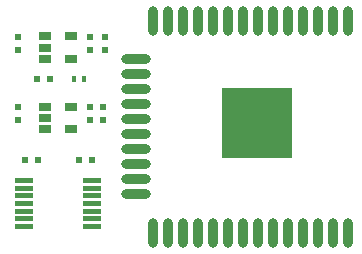
<source format=gbr>
%TF.GenerationSoftware,KiCad,Pcbnew,(5.1.9)-1*%
%TF.CreationDate,2022-04-05T10:11:24-05:00*%
%TF.ProjectId,iPod Bluetooth I2C Bridge,69506f64-2042-46c7-9565-746f6f746820,rev?*%
%TF.SameCoordinates,Original*%
%TF.FileFunction,Paste,Top*%
%TF.FilePolarity,Positive*%
%FSLAX46Y46*%
G04 Gerber Fmt 4.6, Leading zero omitted, Abs format (unit mm)*
G04 Created by KiCad (PCBNEW (5.1.9)-1) date 2022-04-05 10:11:24*
%MOMM*%
%LPD*%
G01*
G04 APERTURE LIST*
%ADD10O,0.900000X2.500000*%
%ADD11O,2.500000X0.900000*%
%ADD12R,6.000000X6.000000*%
%ADD13R,0.400000X0.600000*%
%ADD14R,0.500000X0.600000*%
%ADD15R,0.600000X0.500000*%
%ADD16R,1.060000X0.650000*%
G04 APERTURE END LIST*
D10*
%TO.C,MD1*%
X68250000Y-49500000D03*
X66980000Y-49500000D03*
X65710000Y-49500000D03*
X64440000Y-49500000D03*
X63170000Y-49500000D03*
X61900000Y-49500000D03*
X60630000Y-49500000D03*
X59360000Y-49500000D03*
X58090000Y-49500000D03*
X56820000Y-49500000D03*
X55550000Y-49500000D03*
X54280000Y-49500000D03*
X53010000Y-49500000D03*
X51740000Y-49500000D03*
D11*
X50250000Y-46215000D03*
X50250000Y-44945000D03*
X50250000Y-43675000D03*
X50250000Y-42405000D03*
X50250000Y-41135000D03*
X50250000Y-39865000D03*
X50250000Y-38595000D03*
X50250000Y-37325000D03*
X50250000Y-36055000D03*
X50250000Y-34785000D03*
D10*
X51740000Y-31500000D03*
X53010000Y-31500000D03*
X54280000Y-31500000D03*
X55550000Y-31500000D03*
X56820000Y-31500000D03*
X58090000Y-31500000D03*
X59360000Y-31500000D03*
X60630000Y-31500000D03*
X61900000Y-31500000D03*
X63170000Y-31500000D03*
X64440000Y-31500000D03*
X65710000Y-31500000D03*
X66980000Y-31500000D03*
X68250000Y-31500000D03*
D12*
X60550000Y-40200000D03*
%TD*%
D13*
%TO.C,R1*%
X45916000Y-36449000D03*
X45016000Y-36449000D03*
%TD*%
D14*
%TO.C,C3*%
X46355000Y-32851000D03*
X46355000Y-33951000D03*
%TD*%
D15*
%TO.C,C1*%
X42968000Y-36449000D03*
X41868000Y-36449000D03*
%TD*%
D16*
%TO.C,U1*%
X42588000Y-32832000D03*
X42588000Y-33782000D03*
X42588000Y-34732000D03*
X44788000Y-34732000D03*
X44788000Y-32832000D03*
%TD*%
D14*
%TO.C,C2*%
X40259000Y-32851000D03*
X40259000Y-33951000D03*
%TD*%
%TO.C,C6*%
X47625000Y-33951000D03*
X47625000Y-32851000D03*
%TD*%
%TO.C,C7*%
X40259000Y-38820000D03*
X40259000Y-39920000D03*
%TD*%
%TO.C,C8*%
X46355000Y-38820000D03*
X46355000Y-39920000D03*
%TD*%
%TO.C,C9*%
X47498000Y-38820000D03*
X47498000Y-39920000D03*
%TD*%
D15*
%TO.C,C10*%
X41952000Y-43307000D03*
X40852000Y-43307000D03*
%TD*%
%TO.C,C11*%
X45424000Y-43307000D03*
X46524000Y-43307000D03*
%TD*%
D16*
%TO.C,U2*%
X44788000Y-38801000D03*
X44788000Y-40701000D03*
X42588000Y-40701000D03*
X42588000Y-39751000D03*
X42588000Y-38801000D03*
%TD*%
%TO.C,U3*%
G36*
G01*
X45773000Y-45224500D02*
X45773000Y-44855500D01*
G75*
G02*
X45793500Y-44835000I20500J0D01*
G01*
X47322500Y-44835000D01*
G75*
G02*
X47343000Y-44855500I0J-20500D01*
G01*
X47343000Y-45224500D01*
G75*
G02*
X47322500Y-45245000I-20500J0D01*
G01*
X45793500Y-45245000D01*
G75*
G02*
X45773000Y-45224500I0J20500D01*
G01*
G37*
G36*
G01*
X45773000Y-45874500D02*
X45773000Y-45505500D01*
G75*
G02*
X45793500Y-45485000I20500J0D01*
G01*
X47322500Y-45485000D01*
G75*
G02*
X47343000Y-45505500I0J-20500D01*
G01*
X47343000Y-45874500D01*
G75*
G02*
X47322500Y-45895000I-20500J0D01*
G01*
X45793500Y-45895000D01*
G75*
G02*
X45773000Y-45874500I0J20500D01*
G01*
G37*
G36*
G01*
X45773000Y-46524500D02*
X45773000Y-46155500D01*
G75*
G02*
X45793500Y-46135000I20500J0D01*
G01*
X47322500Y-46135000D01*
G75*
G02*
X47343000Y-46155500I0J-20500D01*
G01*
X47343000Y-46524500D01*
G75*
G02*
X47322500Y-46545000I-20500J0D01*
G01*
X45793500Y-46545000D01*
G75*
G02*
X45773000Y-46524500I0J20500D01*
G01*
G37*
G36*
G01*
X45773000Y-47174500D02*
X45773000Y-46805500D01*
G75*
G02*
X45793500Y-46785000I20500J0D01*
G01*
X47322500Y-46785000D01*
G75*
G02*
X47343000Y-46805500I0J-20500D01*
G01*
X47343000Y-47174500D01*
G75*
G02*
X47322500Y-47195000I-20500J0D01*
G01*
X45793500Y-47195000D01*
G75*
G02*
X45773000Y-47174500I0J20500D01*
G01*
G37*
G36*
G01*
X45773000Y-47824500D02*
X45773000Y-47455500D01*
G75*
G02*
X45793500Y-47435000I20500J0D01*
G01*
X47322500Y-47435000D01*
G75*
G02*
X47343000Y-47455500I0J-20500D01*
G01*
X47343000Y-47824500D01*
G75*
G02*
X47322500Y-47845000I-20500J0D01*
G01*
X45793500Y-47845000D01*
G75*
G02*
X45773000Y-47824500I0J20500D01*
G01*
G37*
G36*
G01*
X45773000Y-48474500D02*
X45773000Y-48105500D01*
G75*
G02*
X45793500Y-48085000I20500J0D01*
G01*
X47322500Y-48085000D01*
G75*
G02*
X47343000Y-48105500I0J-20500D01*
G01*
X47343000Y-48474500D01*
G75*
G02*
X47322500Y-48495000I-20500J0D01*
G01*
X45793500Y-48495000D01*
G75*
G02*
X45773000Y-48474500I0J20500D01*
G01*
G37*
G36*
G01*
X45773000Y-49124500D02*
X45773000Y-48755500D01*
G75*
G02*
X45793500Y-48735000I20500J0D01*
G01*
X47322500Y-48735000D01*
G75*
G02*
X47343000Y-48755500I0J-20500D01*
G01*
X47343000Y-49124500D01*
G75*
G02*
X47322500Y-49145000I-20500J0D01*
G01*
X45793500Y-49145000D01*
G75*
G02*
X45773000Y-49124500I0J20500D01*
G01*
G37*
G36*
G01*
X40033000Y-49124500D02*
X40033000Y-48755500D01*
G75*
G02*
X40053500Y-48735000I20500J0D01*
G01*
X41582500Y-48735000D01*
G75*
G02*
X41603000Y-48755500I0J-20500D01*
G01*
X41603000Y-49124500D01*
G75*
G02*
X41582500Y-49145000I-20500J0D01*
G01*
X40053500Y-49145000D01*
G75*
G02*
X40033000Y-49124500I0J20500D01*
G01*
G37*
G36*
G01*
X40033000Y-48474500D02*
X40033000Y-48105500D01*
G75*
G02*
X40053500Y-48085000I20500J0D01*
G01*
X41582500Y-48085000D01*
G75*
G02*
X41603000Y-48105500I0J-20500D01*
G01*
X41603000Y-48474500D01*
G75*
G02*
X41582500Y-48495000I-20500J0D01*
G01*
X40053500Y-48495000D01*
G75*
G02*
X40033000Y-48474500I0J20500D01*
G01*
G37*
G36*
G01*
X40033000Y-47824500D02*
X40033000Y-47455500D01*
G75*
G02*
X40053500Y-47435000I20500J0D01*
G01*
X41582500Y-47435000D01*
G75*
G02*
X41603000Y-47455500I0J-20500D01*
G01*
X41603000Y-47824500D01*
G75*
G02*
X41582500Y-47845000I-20500J0D01*
G01*
X40053500Y-47845000D01*
G75*
G02*
X40033000Y-47824500I0J20500D01*
G01*
G37*
G36*
G01*
X40033000Y-47174500D02*
X40033000Y-46805500D01*
G75*
G02*
X40053500Y-46785000I20500J0D01*
G01*
X41582500Y-46785000D01*
G75*
G02*
X41603000Y-46805500I0J-20500D01*
G01*
X41603000Y-47174500D01*
G75*
G02*
X41582500Y-47195000I-20500J0D01*
G01*
X40053500Y-47195000D01*
G75*
G02*
X40033000Y-47174500I0J20500D01*
G01*
G37*
G36*
G01*
X40033000Y-46524500D02*
X40033000Y-46155500D01*
G75*
G02*
X40053500Y-46135000I20500J0D01*
G01*
X41582500Y-46135000D01*
G75*
G02*
X41603000Y-46155500I0J-20500D01*
G01*
X41603000Y-46524500D01*
G75*
G02*
X41582500Y-46545000I-20500J0D01*
G01*
X40053500Y-46545000D01*
G75*
G02*
X40033000Y-46524500I0J20500D01*
G01*
G37*
G36*
G01*
X40033000Y-45874500D02*
X40033000Y-45505500D01*
G75*
G02*
X40053500Y-45485000I20500J0D01*
G01*
X41582500Y-45485000D01*
G75*
G02*
X41603000Y-45505500I0J-20500D01*
G01*
X41603000Y-45874500D01*
G75*
G02*
X41582500Y-45895000I-20500J0D01*
G01*
X40053500Y-45895000D01*
G75*
G02*
X40033000Y-45874500I0J20500D01*
G01*
G37*
G36*
G01*
X40033000Y-45224500D02*
X40033000Y-44855500D01*
G75*
G02*
X40053500Y-44835000I20500J0D01*
G01*
X41582500Y-44835000D01*
G75*
G02*
X41603000Y-44855500I0J-20500D01*
G01*
X41603000Y-45224500D01*
G75*
G02*
X41582500Y-45245000I-20500J0D01*
G01*
X40053500Y-45245000D01*
G75*
G02*
X40033000Y-45224500I0J20500D01*
G01*
G37*
%TD*%
M02*

</source>
